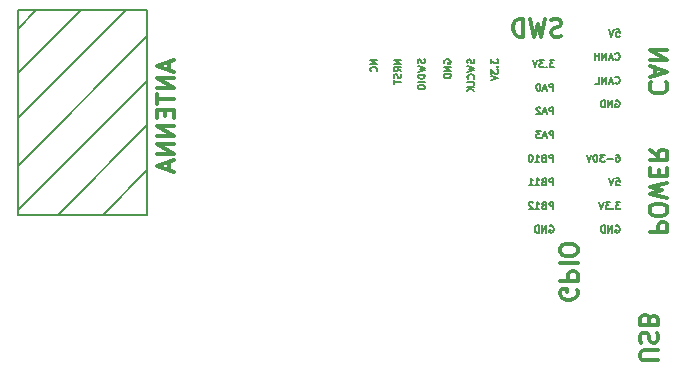
<source format=gbo>
G04 #@! TF.GenerationSoftware,KiCad,Pcbnew,5.0.0-rc2-dev-unknown-bf135b0~64~ubuntu16.04.1*
G04 #@! TF.CreationDate,2018-05-07T12:38:37+02:00*
G04 #@! TF.ProjectId,uwb_pcb,7577625F7063622E6B696361645F7063,rev?*
G04 #@! TF.SameCoordinates,Original*
G04 #@! TF.FileFunction,Legend,Bot*
G04 #@! TF.FilePolarity,Positive*
%FSLAX46Y46*%
G04 Gerber Fmt 4.6, Leading zero omitted, Abs format (unit mm)*
G04 Created by KiCad (PCBNEW 5.0.0-rc2-dev-unknown-bf135b0~64~ubuntu16.04.1) date Mon May  7 12:38:37 2018*
%MOMM*%
%LPD*%
G01*
G04 APERTURE LIST*
%ADD10C,0.300000*%
%ADD11C,0.200000*%
%ADD12C,0.150000*%
%ADD13R,1.850000X1.300000*%
%ADD14O,1.850000X1.300000*%
%ADD15C,3.300000*%
%ADD16R,1.300000X1.850000*%
%ADD17O,1.300000X1.850000*%
%ADD18C,1.100000*%
G04 APERTURE END LIST*
D10*
X100650000Y-38192857D02*
X100650000Y-38907142D01*
X101078571Y-38050000D02*
X99578571Y-38550000D01*
X101078571Y-39050000D01*
X101078571Y-39550000D02*
X99578571Y-39550000D01*
X101078571Y-40407142D01*
X99578571Y-40407142D01*
X99578571Y-40907142D02*
X99578571Y-41764285D01*
X101078571Y-41335714D02*
X99578571Y-41335714D01*
X100292857Y-42264285D02*
X100292857Y-42764285D01*
X101078571Y-42978571D02*
X101078571Y-42264285D01*
X99578571Y-42264285D01*
X99578571Y-42978571D01*
X101078571Y-43621428D02*
X99578571Y-43621428D01*
X101078571Y-44478571D01*
X99578571Y-44478571D01*
X101078571Y-45192857D02*
X99578571Y-45192857D01*
X101078571Y-46049999D01*
X99578571Y-46049999D01*
X100650000Y-46692857D02*
X100650000Y-47407142D01*
X101078571Y-46549999D02*
X99578571Y-47049999D01*
X101078571Y-47549999D01*
D11*
X89400000Y-33800000D02*
X87800000Y-35400000D01*
X87800000Y-39200000D02*
X93200000Y-33800000D01*
X97000000Y-33800000D02*
X87800000Y-43000000D01*
X87800000Y-47000000D02*
X98800000Y-36000000D01*
X98800000Y-39800000D02*
X87800000Y-50800000D01*
X91200000Y-51200000D02*
X98800000Y-43600000D01*
X95000000Y-51200000D02*
X98800000Y-47400000D01*
X98800000Y-33800000D02*
X98800000Y-51200000D01*
X87800000Y-33800000D02*
X98800000Y-33800000D01*
X87800000Y-51200000D02*
X87800000Y-33800000D01*
X98800000Y-51200000D02*
X87800000Y-51200000D01*
D10*
X142021428Y-63492857D02*
X140807142Y-63492857D01*
X140664285Y-63421428D01*
X140592857Y-63350000D01*
X140521428Y-63207142D01*
X140521428Y-62921428D01*
X140592857Y-62778571D01*
X140664285Y-62707142D01*
X140807142Y-62635714D01*
X142021428Y-62635714D01*
X140592857Y-61992857D02*
X140521428Y-61778571D01*
X140521428Y-61421428D01*
X140592857Y-61278571D01*
X140664285Y-61207142D01*
X140807142Y-61135714D01*
X140950000Y-61135714D01*
X141092857Y-61207142D01*
X141164285Y-61278571D01*
X141235714Y-61421428D01*
X141307142Y-61707142D01*
X141378571Y-61850000D01*
X141450000Y-61921428D01*
X141592857Y-61992857D01*
X141735714Y-61992857D01*
X141878571Y-61921428D01*
X141950000Y-61850000D01*
X142021428Y-61707142D01*
X142021428Y-61350000D01*
X141950000Y-61135714D01*
X141307142Y-59992857D02*
X141235714Y-59778571D01*
X141164285Y-59707142D01*
X141021428Y-59635714D01*
X140807142Y-59635714D01*
X140664285Y-59707142D01*
X140592857Y-59778571D01*
X140521428Y-59921428D01*
X140521428Y-60492857D01*
X142021428Y-60492857D01*
X142021428Y-59992857D01*
X141950000Y-59850000D01*
X141878571Y-59778571D01*
X141735714Y-59707142D01*
X141592857Y-59707142D01*
X141450000Y-59778571D01*
X141378571Y-59850000D01*
X141307142Y-59992857D01*
X141307142Y-60492857D01*
D12*
X118271428Y-38040357D02*
X117671428Y-38040357D01*
X118271428Y-38383214D01*
X117671428Y-38383214D01*
X118214285Y-39011785D02*
X118242857Y-38983214D01*
X118271428Y-38897500D01*
X118271428Y-38840357D01*
X118242857Y-38754642D01*
X118185714Y-38697500D01*
X118128571Y-38668928D01*
X118014285Y-38640357D01*
X117928571Y-38640357D01*
X117814285Y-38668928D01*
X117757142Y-38697500D01*
X117700000Y-38754642D01*
X117671428Y-38840357D01*
X117671428Y-38897500D01*
X117700000Y-38983214D01*
X117728571Y-39011785D01*
X120271428Y-38040357D02*
X119671428Y-38040357D01*
X120271428Y-38383214D01*
X119671428Y-38383214D01*
X120271428Y-39011785D02*
X119985714Y-38811785D01*
X120271428Y-38668928D02*
X119671428Y-38668928D01*
X119671428Y-38897500D01*
X119700000Y-38954642D01*
X119728571Y-38983214D01*
X119785714Y-39011785D01*
X119871428Y-39011785D01*
X119928571Y-38983214D01*
X119957142Y-38954642D01*
X119985714Y-38897500D01*
X119985714Y-38668928D01*
X120242857Y-39240357D02*
X120271428Y-39326071D01*
X120271428Y-39468928D01*
X120242857Y-39526071D01*
X120214285Y-39554642D01*
X120157142Y-39583214D01*
X120100000Y-39583214D01*
X120042857Y-39554642D01*
X120014285Y-39526071D01*
X119985714Y-39468928D01*
X119957142Y-39354642D01*
X119928571Y-39297500D01*
X119900000Y-39268928D01*
X119842857Y-39240357D01*
X119785714Y-39240357D01*
X119728571Y-39268928D01*
X119700000Y-39297500D01*
X119671428Y-39354642D01*
X119671428Y-39497500D01*
X119700000Y-39583214D01*
X119671428Y-39754642D02*
X119671428Y-40097500D01*
X120271428Y-39926071D02*
X119671428Y-39926071D01*
X122242857Y-38011785D02*
X122271428Y-38097500D01*
X122271428Y-38240357D01*
X122242857Y-38297500D01*
X122214285Y-38326071D01*
X122157142Y-38354642D01*
X122100000Y-38354642D01*
X122042857Y-38326071D01*
X122014285Y-38297500D01*
X121985714Y-38240357D01*
X121957142Y-38126071D01*
X121928571Y-38068928D01*
X121900000Y-38040357D01*
X121842857Y-38011785D01*
X121785714Y-38011785D01*
X121728571Y-38040357D01*
X121700000Y-38068928D01*
X121671428Y-38126071D01*
X121671428Y-38268928D01*
X121700000Y-38354642D01*
X121671428Y-38554642D02*
X122271428Y-38697500D01*
X121842857Y-38811785D01*
X122271428Y-38926071D01*
X121671428Y-39068928D01*
X122271428Y-39297500D02*
X121671428Y-39297500D01*
X121671428Y-39440357D01*
X121700000Y-39526071D01*
X121757142Y-39583214D01*
X121814285Y-39611785D01*
X121928571Y-39640357D01*
X122014285Y-39640357D01*
X122128571Y-39611785D01*
X122185714Y-39583214D01*
X122242857Y-39526071D01*
X122271428Y-39440357D01*
X122271428Y-39297500D01*
X122271428Y-39897500D02*
X121671428Y-39897500D01*
X121671428Y-40297500D02*
X121671428Y-40411785D01*
X121700000Y-40468928D01*
X121757142Y-40526071D01*
X121871428Y-40554642D01*
X122071428Y-40554642D01*
X122185714Y-40526071D01*
X122242857Y-40468928D01*
X122271428Y-40411785D01*
X122271428Y-40297500D01*
X122242857Y-40240357D01*
X122185714Y-40183214D01*
X122071428Y-40154642D01*
X121871428Y-40154642D01*
X121757142Y-40183214D01*
X121700000Y-40240357D01*
X121671428Y-40297500D01*
X123900000Y-38354642D02*
X123871428Y-38297500D01*
X123871428Y-38211785D01*
X123900000Y-38126071D01*
X123957142Y-38068928D01*
X124014285Y-38040357D01*
X124128571Y-38011785D01*
X124214285Y-38011785D01*
X124328571Y-38040357D01*
X124385714Y-38068928D01*
X124442857Y-38126071D01*
X124471428Y-38211785D01*
X124471428Y-38268928D01*
X124442857Y-38354642D01*
X124414285Y-38383214D01*
X124214285Y-38383214D01*
X124214285Y-38268928D01*
X124471428Y-38640357D02*
X123871428Y-38640357D01*
X124471428Y-38983214D01*
X123871428Y-38983214D01*
X124471428Y-39268928D02*
X123871428Y-39268928D01*
X123871428Y-39411785D01*
X123900000Y-39497500D01*
X123957142Y-39554642D01*
X124014285Y-39583214D01*
X124128571Y-39611785D01*
X124214285Y-39611785D01*
X124328571Y-39583214D01*
X124385714Y-39554642D01*
X124442857Y-39497500D01*
X124471428Y-39411785D01*
X124471428Y-39268928D01*
X126442857Y-38011785D02*
X126471428Y-38097500D01*
X126471428Y-38240357D01*
X126442857Y-38297500D01*
X126414285Y-38326071D01*
X126357142Y-38354642D01*
X126300000Y-38354642D01*
X126242857Y-38326071D01*
X126214285Y-38297500D01*
X126185714Y-38240357D01*
X126157142Y-38126071D01*
X126128571Y-38068928D01*
X126100000Y-38040357D01*
X126042857Y-38011785D01*
X125985714Y-38011785D01*
X125928571Y-38040357D01*
X125900000Y-38068928D01*
X125871428Y-38126071D01*
X125871428Y-38268928D01*
X125900000Y-38354642D01*
X125871428Y-38554642D02*
X126471428Y-38697500D01*
X126042857Y-38811785D01*
X126471428Y-38926071D01*
X125871428Y-39068928D01*
X126414285Y-39640357D02*
X126442857Y-39611785D01*
X126471428Y-39526071D01*
X126471428Y-39468928D01*
X126442857Y-39383214D01*
X126385714Y-39326071D01*
X126328571Y-39297500D01*
X126214285Y-39268928D01*
X126128571Y-39268928D01*
X126014285Y-39297500D01*
X125957142Y-39326071D01*
X125900000Y-39383214D01*
X125871428Y-39468928D01*
X125871428Y-39526071D01*
X125900000Y-39611785D01*
X125928571Y-39640357D01*
X126471428Y-40183214D02*
X126471428Y-39897500D01*
X125871428Y-39897500D01*
X126471428Y-40383214D02*
X125871428Y-40383214D01*
X126471428Y-40726071D02*
X126128571Y-40468928D01*
X125871428Y-40726071D02*
X126214285Y-40383214D01*
X127871428Y-37983214D02*
X127871428Y-38354642D01*
X128100000Y-38154642D01*
X128100000Y-38240357D01*
X128128571Y-38297500D01*
X128157142Y-38326071D01*
X128214285Y-38354642D01*
X128357142Y-38354642D01*
X128414285Y-38326071D01*
X128442857Y-38297500D01*
X128471428Y-38240357D01*
X128471428Y-38068928D01*
X128442857Y-38011785D01*
X128414285Y-37983214D01*
X128414285Y-38611785D02*
X128442857Y-38640357D01*
X128471428Y-38611785D01*
X128442857Y-38583214D01*
X128414285Y-38611785D01*
X128471428Y-38611785D01*
X127871428Y-38840357D02*
X127871428Y-39211785D01*
X128100000Y-39011785D01*
X128100000Y-39097500D01*
X128128571Y-39154642D01*
X128157142Y-39183214D01*
X128214285Y-39211785D01*
X128357142Y-39211785D01*
X128414285Y-39183214D01*
X128442857Y-39154642D01*
X128471428Y-39097500D01*
X128471428Y-38926071D01*
X128442857Y-38868928D01*
X128414285Y-38840357D01*
X127871428Y-39383214D02*
X128471428Y-39583214D01*
X127871428Y-39783214D01*
D10*
X133835714Y-36007142D02*
X133621428Y-36078571D01*
X133264285Y-36078571D01*
X133121428Y-36007142D01*
X133050000Y-35935714D01*
X132978571Y-35792857D01*
X132978571Y-35650000D01*
X133050000Y-35507142D01*
X133121428Y-35435714D01*
X133264285Y-35364285D01*
X133550000Y-35292857D01*
X133692857Y-35221428D01*
X133764285Y-35150000D01*
X133835714Y-35007142D01*
X133835714Y-34864285D01*
X133764285Y-34721428D01*
X133692857Y-34650000D01*
X133550000Y-34578571D01*
X133192857Y-34578571D01*
X132978571Y-34650000D01*
X132478571Y-34578571D02*
X132121428Y-36078571D01*
X131835714Y-35007142D01*
X131550000Y-36078571D01*
X131192857Y-34578571D01*
X130621428Y-36078571D02*
X130621428Y-34578571D01*
X130264285Y-34578571D01*
X130050000Y-34650000D01*
X129907142Y-34792857D01*
X129835714Y-34935714D01*
X129764285Y-35221428D01*
X129764285Y-35435714D01*
X129835714Y-35721428D01*
X129907142Y-35864285D01*
X130050000Y-36007142D01*
X130264285Y-36078571D01*
X130621428Y-36078571D01*
D12*
X133159642Y-50671428D02*
X133159642Y-50071428D01*
X132931071Y-50071428D01*
X132873928Y-50100000D01*
X132845357Y-50128571D01*
X132816785Y-50185714D01*
X132816785Y-50271428D01*
X132845357Y-50328571D01*
X132873928Y-50357142D01*
X132931071Y-50385714D01*
X133159642Y-50385714D01*
X132359642Y-50357142D02*
X132273928Y-50385714D01*
X132245357Y-50414285D01*
X132216785Y-50471428D01*
X132216785Y-50557142D01*
X132245357Y-50614285D01*
X132273928Y-50642857D01*
X132331071Y-50671428D01*
X132559642Y-50671428D01*
X132559642Y-50071428D01*
X132359642Y-50071428D01*
X132302500Y-50100000D01*
X132273928Y-50128571D01*
X132245357Y-50185714D01*
X132245357Y-50242857D01*
X132273928Y-50300000D01*
X132302500Y-50328571D01*
X132359642Y-50357142D01*
X132559642Y-50357142D01*
X131645357Y-50671428D02*
X131988214Y-50671428D01*
X131816785Y-50671428D02*
X131816785Y-50071428D01*
X131873928Y-50157142D01*
X131931071Y-50214285D01*
X131988214Y-50242857D01*
X131416785Y-50128571D02*
X131388214Y-50100000D01*
X131331071Y-50071428D01*
X131188214Y-50071428D01*
X131131071Y-50100000D01*
X131102500Y-50128571D01*
X131073928Y-50185714D01*
X131073928Y-50242857D01*
X131102500Y-50328571D01*
X131445357Y-50671428D01*
X131073928Y-50671428D01*
X133159642Y-48671428D02*
X133159642Y-48071428D01*
X132931071Y-48071428D01*
X132873928Y-48100000D01*
X132845357Y-48128571D01*
X132816785Y-48185714D01*
X132816785Y-48271428D01*
X132845357Y-48328571D01*
X132873928Y-48357142D01*
X132931071Y-48385714D01*
X133159642Y-48385714D01*
X132359642Y-48357142D02*
X132273928Y-48385714D01*
X132245357Y-48414285D01*
X132216785Y-48471428D01*
X132216785Y-48557142D01*
X132245357Y-48614285D01*
X132273928Y-48642857D01*
X132331071Y-48671428D01*
X132559642Y-48671428D01*
X132559642Y-48071428D01*
X132359642Y-48071428D01*
X132302500Y-48100000D01*
X132273928Y-48128571D01*
X132245357Y-48185714D01*
X132245357Y-48242857D01*
X132273928Y-48300000D01*
X132302500Y-48328571D01*
X132359642Y-48357142D01*
X132559642Y-48357142D01*
X131645357Y-48671428D02*
X131988214Y-48671428D01*
X131816785Y-48671428D02*
X131816785Y-48071428D01*
X131873928Y-48157142D01*
X131931071Y-48214285D01*
X131988214Y-48242857D01*
X131073928Y-48671428D02*
X131416785Y-48671428D01*
X131245357Y-48671428D02*
X131245357Y-48071428D01*
X131302500Y-48157142D01*
X131359642Y-48214285D01*
X131416785Y-48242857D01*
X133159642Y-46671428D02*
X133159642Y-46071428D01*
X132931071Y-46071428D01*
X132873928Y-46100000D01*
X132845357Y-46128571D01*
X132816785Y-46185714D01*
X132816785Y-46271428D01*
X132845357Y-46328571D01*
X132873928Y-46357142D01*
X132931071Y-46385714D01*
X133159642Y-46385714D01*
X132359642Y-46357142D02*
X132273928Y-46385714D01*
X132245357Y-46414285D01*
X132216785Y-46471428D01*
X132216785Y-46557142D01*
X132245357Y-46614285D01*
X132273928Y-46642857D01*
X132331071Y-46671428D01*
X132559642Y-46671428D01*
X132559642Y-46071428D01*
X132359642Y-46071428D01*
X132302500Y-46100000D01*
X132273928Y-46128571D01*
X132245357Y-46185714D01*
X132245357Y-46242857D01*
X132273928Y-46300000D01*
X132302500Y-46328571D01*
X132359642Y-46357142D01*
X132559642Y-46357142D01*
X131645357Y-46671428D02*
X131988214Y-46671428D01*
X131816785Y-46671428D02*
X131816785Y-46071428D01*
X131873928Y-46157142D01*
X131931071Y-46214285D01*
X131988214Y-46242857D01*
X131273928Y-46071428D02*
X131216785Y-46071428D01*
X131159642Y-46100000D01*
X131131071Y-46128571D01*
X131102500Y-46185714D01*
X131073928Y-46300000D01*
X131073928Y-46442857D01*
X131102500Y-46557142D01*
X131131071Y-46614285D01*
X131159642Y-46642857D01*
X131216785Y-46671428D01*
X131273928Y-46671428D01*
X131331071Y-46642857D01*
X131359642Y-46614285D01*
X131388214Y-46557142D01*
X131416785Y-46442857D01*
X131416785Y-46300000D01*
X131388214Y-46185714D01*
X131359642Y-46128571D01*
X131331071Y-46100000D01*
X131273928Y-46071428D01*
X133159642Y-44671428D02*
X133159642Y-44071428D01*
X132931071Y-44071428D01*
X132873928Y-44100000D01*
X132845357Y-44128571D01*
X132816785Y-44185714D01*
X132816785Y-44271428D01*
X132845357Y-44328571D01*
X132873928Y-44357142D01*
X132931071Y-44385714D01*
X133159642Y-44385714D01*
X132588214Y-44500000D02*
X132302500Y-44500000D01*
X132645357Y-44671428D02*
X132445357Y-44071428D01*
X132245357Y-44671428D01*
X132102500Y-44071428D02*
X131731071Y-44071428D01*
X131931071Y-44300000D01*
X131845357Y-44300000D01*
X131788214Y-44328571D01*
X131759642Y-44357142D01*
X131731071Y-44414285D01*
X131731071Y-44557142D01*
X131759642Y-44614285D01*
X131788214Y-44642857D01*
X131845357Y-44671428D01*
X132016785Y-44671428D01*
X132073928Y-44642857D01*
X132102500Y-44614285D01*
X133159642Y-42671428D02*
X133159642Y-42071428D01*
X132931071Y-42071428D01*
X132873928Y-42100000D01*
X132845357Y-42128571D01*
X132816785Y-42185714D01*
X132816785Y-42271428D01*
X132845357Y-42328571D01*
X132873928Y-42357142D01*
X132931071Y-42385714D01*
X133159642Y-42385714D01*
X132588214Y-42500000D02*
X132302500Y-42500000D01*
X132645357Y-42671428D02*
X132445357Y-42071428D01*
X132245357Y-42671428D01*
X132073928Y-42128571D02*
X132045357Y-42100000D01*
X131988214Y-42071428D01*
X131845357Y-42071428D01*
X131788214Y-42100000D01*
X131759642Y-42128571D01*
X131731071Y-42185714D01*
X131731071Y-42242857D01*
X131759642Y-42328571D01*
X132102500Y-42671428D01*
X131731071Y-42671428D01*
X133159642Y-40671428D02*
X133159642Y-40071428D01*
X132931071Y-40071428D01*
X132873928Y-40100000D01*
X132845357Y-40128571D01*
X132816785Y-40185714D01*
X132816785Y-40271428D01*
X132845357Y-40328571D01*
X132873928Y-40357142D01*
X132931071Y-40385714D01*
X133159642Y-40385714D01*
X132588214Y-40500000D02*
X132302500Y-40500000D01*
X132645357Y-40671428D02*
X132445357Y-40071428D01*
X132245357Y-40671428D01*
X131931071Y-40071428D02*
X131873928Y-40071428D01*
X131816785Y-40100000D01*
X131788214Y-40128571D01*
X131759642Y-40185714D01*
X131731071Y-40300000D01*
X131731071Y-40442857D01*
X131759642Y-40557142D01*
X131788214Y-40614285D01*
X131816785Y-40642857D01*
X131873928Y-40671428D01*
X131931071Y-40671428D01*
X131988214Y-40642857D01*
X132016785Y-40614285D01*
X132045357Y-40557142D01*
X132073928Y-40442857D01*
X132073928Y-40300000D01*
X132045357Y-40185714D01*
X132016785Y-40128571D01*
X131988214Y-40100000D01*
X131931071Y-40071428D01*
X133216785Y-38071428D02*
X132845357Y-38071428D01*
X133045357Y-38300000D01*
X132959642Y-38300000D01*
X132902500Y-38328571D01*
X132873928Y-38357142D01*
X132845357Y-38414285D01*
X132845357Y-38557142D01*
X132873928Y-38614285D01*
X132902500Y-38642857D01*
X132959642Y-38671428D01*
X133131071Y-38671428D01*
X133188214Y-38642857D01*
X133216785Y-38614285D01*
X132588214Y-38614285D02*
X132559642Y-38642857D01*
X132588214Y-38671428D01*
X132616785Y-38642857D01*
X132588214Y-38614285D01*
X132588214Y-38671428D01*
X132359642Y-38071428D02*
X131988214Y-38071428D01*
X132188214Y-38300000D01*
X132102500Y-38300000D01*
X132045357Y-38328571D01*
X132016785Y-38357142D01*
X131988214Y-38414285D01*
X131988214Y-38557142D01*
X132016785Y-38614285D01*
X132045357Y-38642857D01*
X132102500Y-38671428D01*
X132273928Y-38671428D01*
X132331071Y-38642857D01*
X132359642Y-38614285D01*
X131816785Y-38071428D02*
X131616785Y-38671428D01*
X131416785Y-38071428D01*
X132845357Y-52100000D02*
X132902500Y-52071428D01*
X132988214Y-52071428D01*
X133073928Y-52100000D01*
X133131071Y-52157142D01*
X133159642Y-52214285D01*
X133188214Y-52328571D01*
X133188214Y-52414285D01*
X133159642Y-52528571D01*
X133131071Y-52585714D01*
X133073928Y-52642857D01*
X132988214Y-52671428D01*
X132931071Y-52671428D01*
X132845357Y-52642857D01*
X132816785Y-52614285D01*
X132816785Y-52414285D01*
X132931071Y-52414285D01*
X132559642Y-52671428D02*
X132559642Y-52071428D01*
X132216785Y-52671428D01*
X132216785Y-52071428D01*
X131931071Y-52671428D02*
X131931071Y-52071428D01*
X131788214Y-52071428D01*
X131702500Y-52100000D01*
X131645357Y-52157142D01*
X131616785Y-52214285D01*
X131588214Y-52328571D01*
X131588214Y-52414285D01*
X131616785Y-52528571D01*
X131645357Y-52585714D01*
X131702500Y-52642857D01*
X131788214Y-52671428D01*
X131931071Y-52671428D01*
D10*
X135150000Y-57500000D02*
X135221428Y-57642857D01*
X135221428Y-57857142D01*
X135150000Y-58071428D01*
X135007142Y-58214285D01*
X134864285Y-58285714D01*
X134578571Y-58357142D01*
X134364285Y-58357142D01*
X134078571Y-58285714D01*
X133935714Y-58214285D01*
X133792857Y-58071428D01*
X133721428Y-57857142D01*
X133721428Y-57714285D01*
X133792857Y-57500000D01*
X133864285Y-57428571D01*
X134364285Y-57428571D01*
X134364285Y-57714285D01*
X133721428Y-56785714D02*
X135221428Y-56785714D01*
X135221428Y-56214285D01*
X135150000Y-56071428D01*
X135078571Y-56000000D01*
X134935714Y-55928571D01*
X134721428Y-55928571D01*
X134578571Y-56000000D01*
X134507142Y-56071428D01*
X134435714Y-56214285D01*
X134435714Y-56785714D01*
X133721428Y-55285714D02*
X135221428Y-55285714D01*
X135221428Y-54285714D02*
X135221428Y-54000000D01*
X135150000Y-53857142D01*
X135007142Y-53714285D01*
X134721428Y-53642857D01*
X134221428Y-53642857D01*
X133935714Y-53714285D01*
X133792857Y-53857142D01*
X133721428Y-54000000D01*
X133721428Y-54285714D01*
X133792857Y-54428571D01*
X133935714Y-54571428D01*
X134221428Y-54642857D01*
X134721428Y-54642857D01*
X135007142Y-54571428D01*
X135150000Y-54428571D01*
X135221428Y-54285714D01*
D12*
X138416785Y-40014285D02*
X138445357Y-40042857D01*
X138531071Y-40071428D01*
X138588214Y-40071428D01*
X138673928Y-40042857D01*
X138731071Y-39985714D01*
X138759642Y-39928571D01*
X138788214Y-39814285D01*
X138788214Y-39728571D01*
X138759642Y-39614285D01*
X138731071Y-39557142D01*
X138673928Y-39500000D01*
X138588214Y-39471428D01*
X138531071Y-39471428D01*
X138445357Y-39500000D01*
X138416785Y-39528571D01*
X138188214Y-39900000D02*
X137902500Y-39900000D01*
X138245357Y-40071428D02*
X138045357Y-39471428D01*
X137845357Y-40071428D01*
X137645357Y-40071428D02*
X137645357Y-39471428D01*
X137302500Y-40071428D01*
X137302500Y-39471428D01*
X136731071Y-40071428D02*
X137016785Y-40071428D01*
X137016785Y-39471428D01*
X138416785Y-38014285D02*
X138445357Y-38042857D01*
X138531071Y-38071428D01*
X138588214Y-38071428D01*
X138673928Y-38042857D01*
X138731071Y-37985714D01*
X138759642Y-37928571D01*
X138788214Y-37814285D01*
X138788214Y-37728571D01*
X138759642Y-37614285D01*
X138731071Y-37557142D01*
X138673928Y-37500000D01*
X138588214Y-37471428D01*
X138531071Y-37471428D01*
X138445357Y-37500000D01*
X138416785Y-37528571D01*
X138188214Y-37900000D02*
X137902500Y-37900000D01*
X138245357Y-38071428D02*
X138045357Y-37471428D01*
X137845357Y-38071428D01*
X137645357Y-38071428D02*
X137645357Y-37471428D01*
X137302500Y-38071428D01*
X137302500Y-37471428D01*
X137016785Y-38071428D02*
X137016785Y-37471428D01*
X137016785Y-37757142D02*
X136673928Y-37757142D01*
X136673928Y-38071428D02*
X136673928Y-37471428D01*
X138473928Y-35471428D02*
X138759642Y-35471428D01*
X138788214Y-35757142D01*
X138759642Y-35728571D01*
X138702500Y-35700000D01*
X138559642Y-35700000D01*
X138502500Y-35728571D01*
X138473928Y-35757142D01*
X138445357Y-35814285D01*
X138445357Y-35957142D01*
X138473928Y-36014285D01*
X138502500Y-36042857D01*
X138559642Y-36071428D01*
X138702500Y-36071428D01*
X138759642Y-36042857D01*
X138788214Y-36014285D01*
X138273928Y-35471428D02*
X138073928Y-36071428D01*
X137873928Y-35471428D01*
X138445357Y-41500000D02*
X138502500Y-41471428D01*
X138588214Y-41471428D01*
X138673928Y-41500000D01*
X138731071Y-41557142D01*
X138759642Y-41614285D01*
X138788214Y-41728571D01*
X138788214Y-41814285D01*
X138759642Y-41928571D01*
X138731071Y-41985714D01*
X138673928Y-42042857D01*
X138588214Y-42071428D01*
X138531071Y-42071428D01*
X138445357Y-42042857D01*
X138416785Y-42014285D01*
X138416785Y-41814285D01*
X138531071Y-41814285D01*
X138159642Y-42071428D02*
X138159642Y-41471428D01*
X137816785Y-42071428D01*
X137816785Y-41471428D01*
X137531071Y-42071428D02*
X137531071Y-41471428D01*
X137388214Y-41471428D01*
X137302500Y-41500000D01*
X137245357Y-41557142D01*
X137216785Y-41614285D01*
X137188214Y-41728571D01*
X137188214Y-41814285D01*
X137216785Y-41928571D01*
X137245357Y-41985714D01*
X137302500Y-42042857D01*
X137388214Y-42071428D01*
X137531071Y-42071428D01*
X138445357Y-52100000D02*
X138502500Y-52071428D01*
X138588214Y-52071428D01*
X138673928Y-52100000D01*
X138731071Y-52157142D01*
X138759642Y-52214285D01*
X138788214Y-52328571D01*
X138788214Y-52414285D01*
X138759642Y-52528571D01*
X138731071Y-52585714D01*
X138673928Y-52642857D01*
X138588214Y-52671428D01*
X138531071Y-52671428D01*
X138445357Y-52642857D01*
X138416785Y-52614285D01*
X138416785Y-52414285D01*
X138531071Y-52414285D01*
X138159642Y-52671428D02*
X138159642Y-52071428D01*
X137816785Y-52671428D01*
X137816785Y-52071428D01*
X137531071Y-52671428D02*
X137531071Y-52071428D01*
X137388214Y-52071428D01*
X137302500Y-52100000D01*
X137245357Y-52157142D01*
X137216785Y-52214285D01*
X137188214Y-52328571D01*
X137188214Y-52414285D01*
X137216785Y-52528571D01*
X137245357Y-52585714D01*
X137302500Y-52642857D01*
X137388214Y-52671428D01*
X137531071Y-52671428D01*
X138816785Y-50071428D02*
X138445357Y-50071428D01*
X138645357Y-50300000D01*
X138559642Y-50300000D01*
X138502500Y-50328571D01*
X138473928Y-50357142D01*
X138445357Y-50414285D01*
X138445357Y-50557142D01*
X138473928Y-50614285D01*
X138502500Y-50642857D01*
X138559642Y-50671428D01*
X138731071Y-50671428D01*
X138788214Y-50642857D01*
X138816785Y-50614285D01*
X138188214Y-50614285D02*
X138159642Y-50642857D01*
X138188214Y-50671428D01*
X138216785Y-50642857D01*
X138188214Y-50614285D01*
X138188214Y-50671428D01*
X137959642Y-50071428D02*
X137588214Y-50071428D01*
X137788214Y-50300000D01*
X137702500Y-50300000D01*
X137645357Y-50328571D01*
X137616785Y-50357142D01*
X137588214Y-50414285D01*
X137588214Y-50557142D01*
X137616785Y-50614285D01*
X137645357Y-50642857D01*
X137702500Y-50671428D01*
X137873928Y-50671428D01*
X137931071Y-50642857D01*
X137959642Y-50614285D01*
X137416785Y-50071428D02*
X137216785Y-50671428D01*
X137016785Y-50071428D01*
X138473928Y-48071428D02*
X138759642Y-48071428D01*
X138788214Y-48357142D01*
X138759642Y-48328571D01*
X138702500Y-48300000D01*
X138559642Y-48300000D01*
X138502500Y-48328571D01*
X138473928Y-48357142D01*
X138445357Y-48414285D01*
X138445357Y-48557142D01*
X138473928Y-48614285D01*
X138502500Y-48642857D01*
X138559642Y-48671428D01*
X138702500Y-48671428D01*
X138759642Y-48642857D01*
X138788214Y-48614285D01*
X138273928Y-48071428D02*
X138073928Y-48671428D01*
X137873928Y-48071428D01*
X138502500Y-46071428D02*
X138616785Y-46071428D01*
X138673928Y-46100000D01*
X138702500Y-46128571D01*
X138759642Y-46214285D01*
X138788214Y-46328571D01*
X138788214Y-46557142D01*
X138759642Y-46614285D01*
X138731071Y-46642857D01*
X138673928Y-46671428D01*
X138559642Y-46671428D01*
X138502500Y-46642857D01*
X138473928Y-46614285D01*
X138445357Y-46557142D01*
X138445357Y-46414285D01*
X138473928Y-46357142D01*
X138502500Y-46328571D01*
X138559642Y-46300000D01*
X138673928Y-46300000D01*
X138731071Y-46328571D01*
X138759642Y-46357142D01*
X138788214Y-46414285D01*
X138188214Y-46442857D02*
X137731071Y-46442857D01*
X137502500Y-46071428D02*
X137131071Y-46071428D01*
X137331071Y-46300000D01*
X137245357Y-46300000D01*
X137188214Y-46328571D01*
X137159642Y-46357142D01*
X137131071Y-46414285D01*
X137131071Y-46557142D01*
X137159642Y-46614285D01*
X137188214Y-46642857D01*
X137245357Y-46671428D01*
X137416785Y-46671428D01*
X137473928Y-46642857D01*
X137502500Y-46614285D01*
X136759642Y-46071428D02*
X136702500Y-46071428D01*
X136645357Y-46100000D01*
X136616785Y-46128571D01*
X136588214Y-46185714D01*
X136559642Y-46300000D01*
X136559642Y-46442857D01*
X136588214Y-46557142D01*
X136616785Y-46614285D01*
X136645357Y-46642857D01*
X136702500Y-46671428D01*
X136759642Y-46671428D01*
X136816785Y-46642857D01*
X136845357Y-46614285D01*
X136873928Y-46557142D01*
X136902500Y-46442857D01*
X136902500Y-46300000D01*
X136873928Y-46185714D01*
X136845357Y-46128571D01*
X136816785Y-46100000D01*
X136759642Y-46071428D01*
X136388214Y-46071428D02*
X136188214Y-46671428D01*
X135988214Y-46071428D01*
D10*
X141321428Y-52664285D02*
X142821428Y-52664285D01*
X142821428Y-52092857D01*
X142750000Y-51950000D01*
X142678571Y-51878571D01*
X142535714Y-51807142D01*
X142321428Y-51807142D01*
X142178571Y-51878571D01*
X142107142Y-51950000D01*
X142035714Y-52092857D01*
X142035714Y-52664285D01*
X142821428Y-50878571D02*
X142821428Y-50592857D01*
X142750000Y-50450000D01*
X142607142Y-50307142D01*
X142321428Y-50235714D01*
X141821428Y-50235714D01*
X141535714Y-50307142D01*
X141392857Y-50450000D01*
X141321428Y-50592857D01*
X141321428Y-50878571D01*
X141392857Y-51021428D01*
X141535714Y-51164285D01*
X141821428Y-51235714D01*
X142321428Y-51235714D01*
X142607142Y-51164285D01*
X142750000Y-51021428D01*
X142821428Y-50878571D01*
X142821428Y-49735714D02*
X141321428Y-49378571D01*
X142392857Y-49092857D01*
X141321428Y-48807142D01*
X142821428Y-48450000D01*
X142107142Y-47878571D02*
X142107142Y-47378571D01*
X141321428Y-47164285D02*
X141321428Y-47878571D01*
X142821428Y-47878571D01*
X142821428Y-47164285D01*
X141321428Y-45664285D02*
X142035714Y-46164285D01*
X141321428Y-46521428D02*
X142821428Y-46521428D01*
X142821428Y-45950000D01*
X142750000Y-45807142D01*
X142678571Y-45735714D01*
X142535714Y-45664285D01*
X142321428Y-45664285D01*
X142178571Y-45735714D01*
X142107142Y-45807142D01*
X142035714Y-45950000D01*
X142035714Y-46521428D01*
X141464285Y-39964285D02*
X141392857Y-40035714D01*
X141321428Y-40250000D01*
X141321428Y-40392857D01*
X141392857Y-40607142D01*
X141535714Y-40750000D01*
X141678571Y-40821428D01*
X141964285Y-40892857D01*
X142178571Y-40892857D01*
X142464285Y-40821428D01*
X142607142Y-40750000D01*
X142750000Y-40607142D01*
X142821428Y-40392857D01*
X142821428Y-40250000D01*
X142750000Y-40035714D01*
X142678571Y-39964285D01*
X141750000Y-39392857D02*
X141750000Y-38678571D01*
X141321428Y-39535714D02*
X142821428Y-39035714D01*
X141321428Y-38535714D01*
X141321428Y-38035714D02*
X142821428Y-38035714D01*
X141321428Y-37178571D01*
X142821428Y-37178571D01*
%LPC*%
D13*
X134400000Y-52400000D03*
D14*
X134400000Y-50400000D03*
X134400000Y-48400000D03*
X134400000Y-46400000D03*
X134400000Y-44400000D03*
X134400000Y-42400000D03*
X134400000Y-40400000D03*
X134400000Y-38400000D03*
D15*
X91400000Y-64000000D03*
D14*
X140000000Y-46400000D03*
X140000000Y-48400000D03*
X140000000Y-50400000D03*
D13*
X140000000Y-52400000D03*
X140000000Y-41800000D03*
D14*
X140000000Y-39800000D03*
X140000000Y-37800000D03*
X140000000Y-35800000D03*
D16*
X118000000Y-35306000D03*
D17*
X120000000Y-35306000D03*
X122000000Y-35306000D03*
X124000000Y-35306000D03*
X126000000Y-35306000D03*
X128000000Y-35306000D03*
D18*
X138300000Y-63800000D03*
X138300000Y-59400000D03*
M02*

</source>
